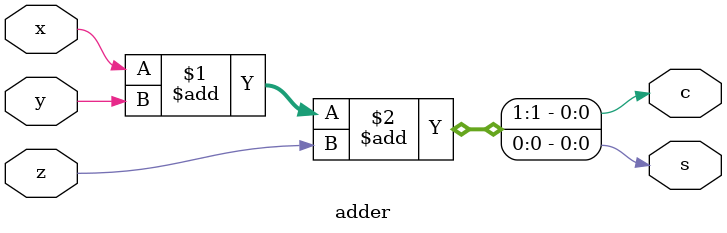
<source format=v>
module top_module( 
    input [2:0] a, b,
    input cin,
    output [2:0] cout,
    output [2:0] sum );

    adder a1(a[0],b[0],cin,cout[0],sum[0]);
    adder a2(a[1],b[1],cout[0],cout[1],sum[1]);
    adder a3(a[2],b[2],cout[1],cout[2],sum[2]);
endmodule
module adder(x,y,z,c,s);
    input x,y,z;
    output s,c;
    assign {c,s}=x+y+z;
endmodule

</source>
